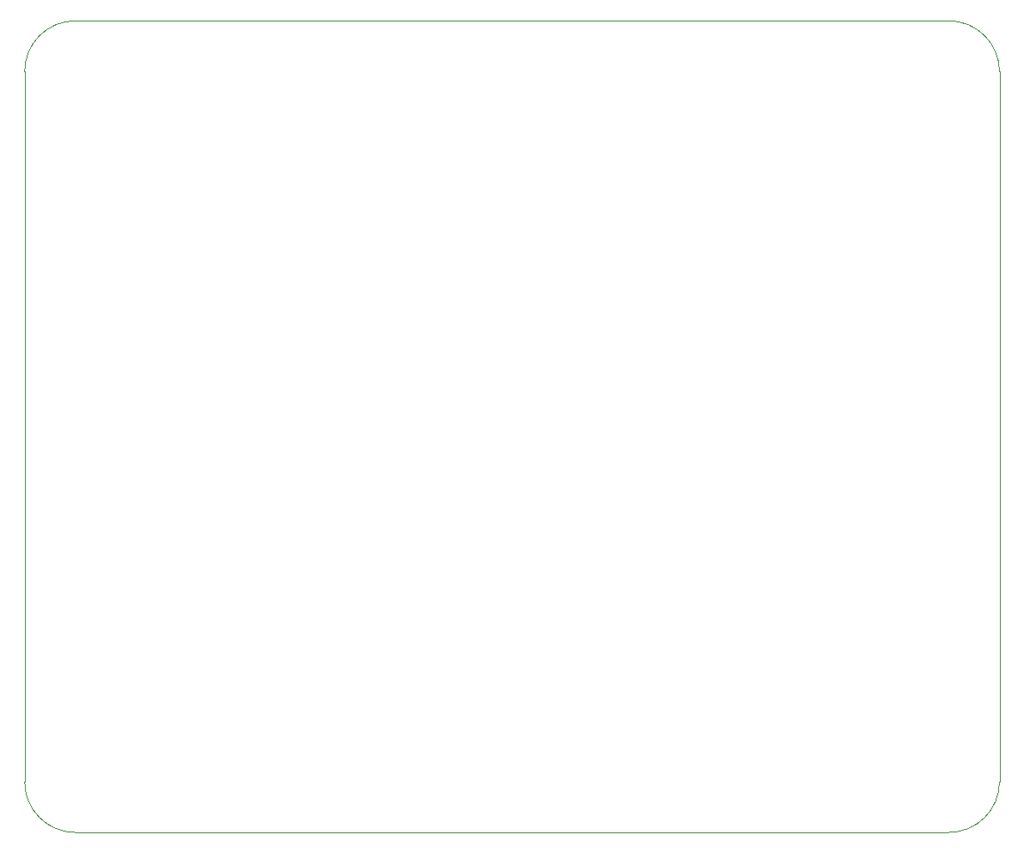
<source format=gbr>
G04 #@! TF.GenerationSoftware,KiCad,Pcbnew,(7.0.0-0)*
G04 #@! TF.CreationDate,2024-11-26T16:17:07-08:00*
G04 #@! TF.ProjectId,tas5754m,74617335-3735-4346-9d2e-6b696361645f,rev?*
G04 #@! TF.SameCoordinates,Original*
G04 #@! TF.FileFunction,Profile,NP*
%FSLAX46Y46*%
G04 Gerber Fmt 4.6, Leading zero omitted, Abs format (unit mm)*
G04 Created by KiCad (PCBNEW (7.0.0-0)) date 2024-11-26 16:17:07*
%MOMM*%
%LPD*%
G01*
G04 APERTURE LIST*
G04 #@! TA.AperFunction,Profile*
%ADD10C,0.050000*%
G04 #@! TD*
G04 APERTURE END LIST*
D10*
X169000000Y-166000000D02*
X83000000Y-166000000D01*
X169000000Y-166000000D02*
G75*
G03*
X174000000Y-161000000I0J5000000D01*
G01*
X78000000Y-161000000D02*
G75*
G03*
X83000000Y-166000000I5000000J0D01*
G01*
X78000000Y-91000000D02*
X78000000Y-161000000D01*
X83000000Y-86000000D02*
G75*
G03*
X78000000Y-91000000I0J-5000000D01*
G01*
X174000000Y-91000000D02*
X174000000Y-161000000D01*
X169000000Y-86000000D02*
X83000000Y-86000000D01*
X174000000Y-91000000D02*
G75*
G03*
X169000000Y-86000000I-5000000J0D01*
G01*
M02*

</source>
